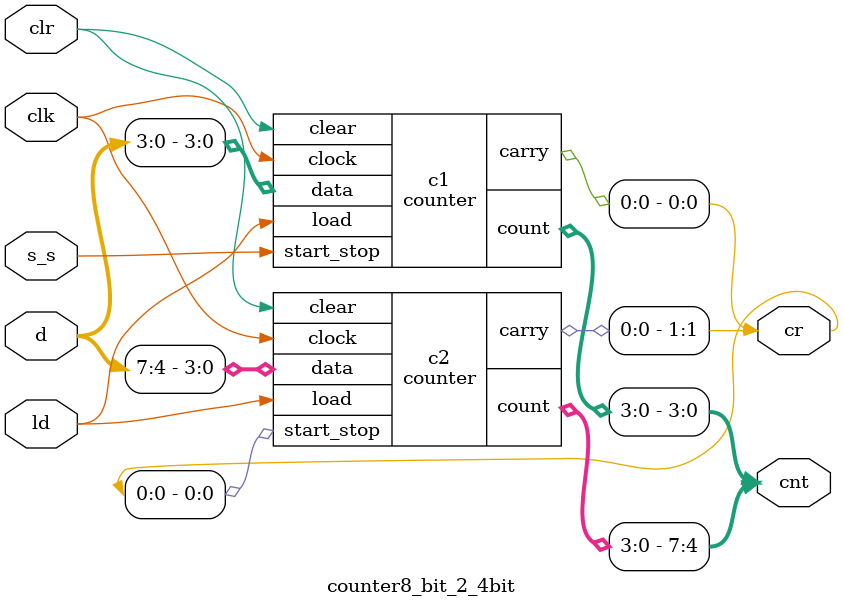
<source format=v>
module counter (clear, clock, load, start_stop, count, data, carry);
  input [3:0] data;
  output [3:0] count;
  output reg carry;
  input start_stop;
  input load;
  input clock;
  input clear;
  reg [3:0] count;
  
  always @(posedge clock)
   if (clear) count <= 0; 
    else if (load) count <= data;
              else if (start_stop) begin 
				count <= count + 1;
				if(count == 4'hE) carry <= 1;
				else carry <= 0;
				end
endmodule

module counter8_bit_2_4bit(
	clr,
	clk,
	ld,
	s_s,
	d, 
	cr,
	cnt);
	
	input clk, clr, ld, s_s;
	input [7:0] d;
	output [1:0] cr;
	output [7:0] cnt;
	
	counter c1(.clear(clr), .clock(clk), .load(ld), .start_stop(s_s), .data(d[3:0]), .count(cnt[3:0]), .carry(cr[0]));
	counter c2(.clear(clr), .clock(clk), .load(ld), .start_stop(cr[0]), .data(d[7:4]), .count(cnt[7:4]), .carry(cr[1]));
		
endmodule 
</source>
